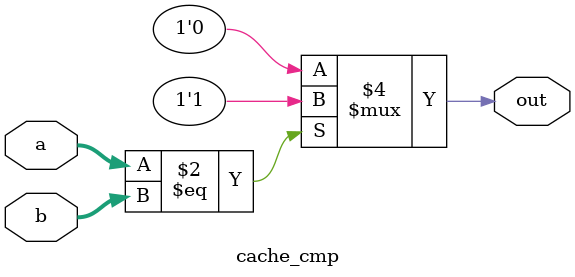
<source format=sv>

module cache_cmp(
    input [23:0] a,
    input [23:0] b,
    output logic out
);


always_comb
begin
            if(a == b)begin
               out = 1'b1;
            end
            else begin
                out = 1'b0;
            end

end
endmodule
</source>
